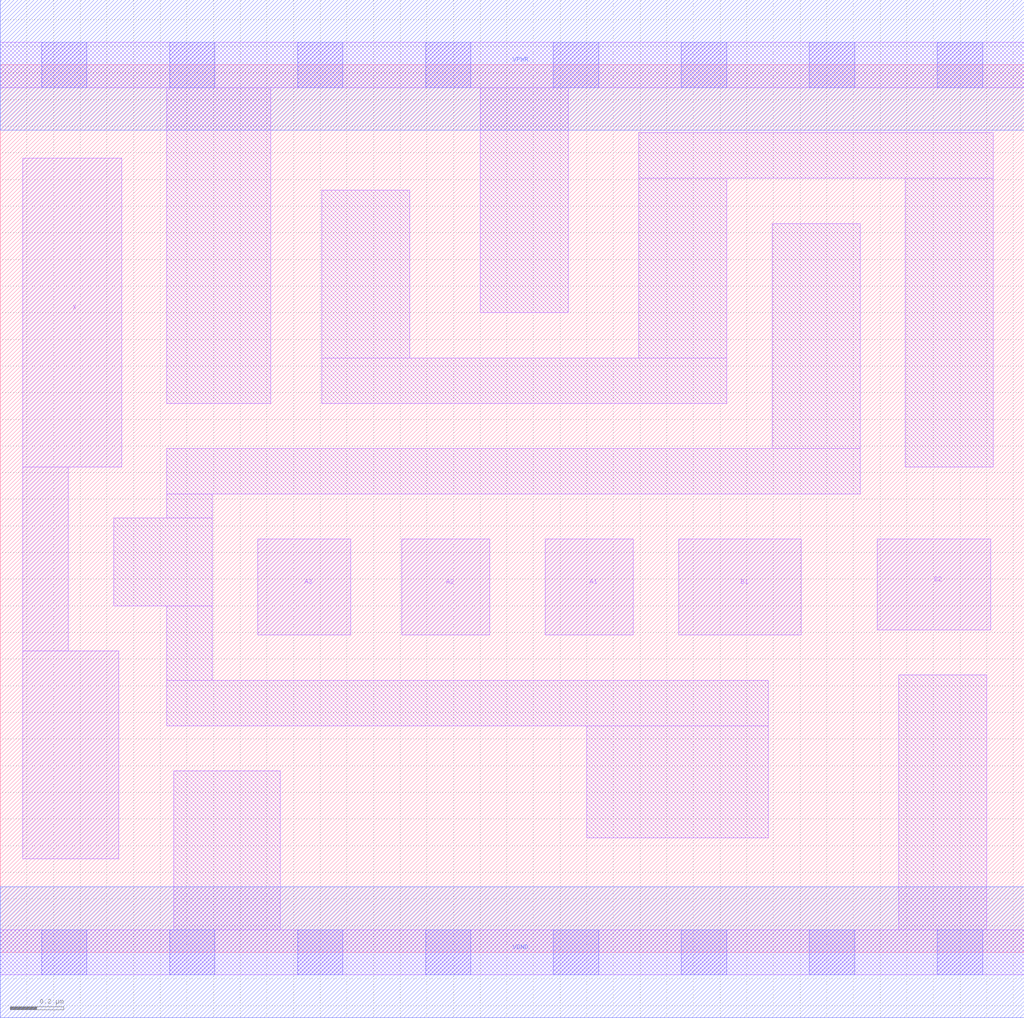
<source format=lef>
# Copyright 2020 The SkyWater PDK Authors
#
# Licensed under the Apache License, Version 2.0 (the "License");
# you may not use this file except in compliance with the License.
# You may obtain a copy of the License at
#
#     https://www.apache.org/licenses/LICENSE-2.0
#
# Unless required by applicable law or agreed to in writing, software
# distributed under the License is distributed on an "AS IS" BASIS,
# WITHOUT WARRANTIES OR CONDITIONS OF ANY KIND, either express or implied.
# See the License for the specific language governing permissions and
# limitations under the License.
#
# SPDX-License-Identifier: Apache-2.0

VERSION 5.7 ;
  NAMESCASESENSITIVE ON ;
  NOWIREEXTENSIONATPIN ON ;
  DIVIDERCHAR "/" ;
  BUSBITCHARS "[]" ;
UNITS
  DATABASE MICRONS 200 ;
END UNITS
MACRO sky130_fd_sc_hs__a32o_1
  CLASS CORE ;
  FOREIGN sky130_fd_sc_hs__a32o_1 ;
  ORIGIN  0.000000  0.000000 ;
  SIZE  3.840000 BY  3.330000 ;
  SYMMETRY X Y ;
  SITE unit ;
  PIN A1
    ANTENNAGATEAREA  0.246000 ;
    DIRECTION INPUT ;
    USE SIGNAL ;
    PORT
      LAYER li1 ;
        RECT 2.045000 1.190000 2.375000 1.550000 ;
    END
  END A1
  PIN A2
    ANTENNAGATEAREA  0.246000 ;
    DIRECTION INPUT ;
    USE SIGNAL ;
    PORT
      LAYER li1 ;
        RECT 1.505000 1.190000 1.835000 1.550000 ;
    END
  END A2
  PIN A3
    ANTENNAGATEAREA  0.246000 ;
    DIRECTION INPUT ;
    USE SIGNAL ;
    PORT
      LAYER li1 ;
        RECT 0.965000 1.190000 1.315000 1.550000 ;
    END
  END A3
  PIN B1
    ANTENNAGATEAREA  0.246000 ;
    DIRECTION INPUT ;
    USE SIGNAL ;
    PORT
      LAYER li1 ;
        RECT 2.545000 1.190000 3.005000 1.550000 ;
    END
  END B1
  PIN B2
    ANTENNAGATEAREA  0.246000 ;
    DIRECTION INPUT ;
    USE SIGNAL ;
    PORT
      LAYER li1 ;
        RECT 3.290000 1.210000 3.715000 1.550000 ;
    END
  END B2
  PIN X
    ANTENNADIFFAREA  0.541300 ;
    DIRECTION OUTPUT ;
    USE SIGNAL ;
    PORT
      LAYER li1 ;
        RECT 0.085000 0.350000 0.445000 1.130000 ;
        RECT 0.085000 1.130000 0.255000 1.820000 ;
        RECT 0.085000 1.820000 0.455000 2.980000 ;
    END
  END X
  PIN VGND
    DIRECTION INOUT ;
    USE GROUND ;
    PORT
      LAYER met1 ;
        RECT 0.000000 -0.245000 3.840000 0.245000 ;
    END
  END VGND
  PIN VPWR
    DIRECTION INOUT ;
    USE POWER ;
    PORT
      LAYER met1 ;
        RECT 0.000000 3.085000 3.840000 3.575000 ;
    END
  END VPWR
  OBS
    LAYER li1 ;
      RECT 0.000000 -0.085000 3.840000 0.085000 ;
      RECT 0.000000  3.245000 3.840000 3.415000 ;
      RECT 0.425000  1.300000 0.795000 1.630000 ;
      RECT 0.625000  0.850000 2.880000 1.020000 ;
      RECT 0.625000  1.020000 0.795000 1.300000 ;
      RECT 0.625000  1.630000 0.795000 1.720000 ;
      RECT 0.625000  1.720000 3.225000 1.890000 ;
      RECT 0.625000  2.060000 1.015000 3.245000 ;
      RECT 0.650000  0.085000 1.050000 0.680000 ;
      RECT 1.205000  2.060000 2.725000 2.230000 ;
      RECT 1.205000  2.230000 1.535000 2.860000 ;
      RECT 1.800000  2.400000 2.130000 3.245000 ;
      RECT 2.200000  0.430000 2.880000 0.850000 ;
      RECT 2.395000  2.230000 2.725000 2.905000 ;
      RECT 2.395000  2.905000 3.725000 3.075000 ;
      RECT 2.895000  1.890000 3.225000 2.735000 ;
      RECT 3.370000  0.085000 3.700000 1.040000 ;
      RECT 3.395000  1.820000 3.725000 2.905000 ;
    LAYER mcon ;
      RECT 0.155000 -0.085000 0.325000 0.085000 ;
      RECT 0.155000  3.245000 0.325000 3.415000 ;
      RECT 0.635000 -0.085000 0.805000 0.085000 ;
      RECT 0.635000  3.245000 0.805000 3.415000 ;
      RECT 1.115000 -0.085000 1.285000 0.085000 ;
      RECT 1.115000  3.245000 1.285000 3.415000 ;
      RECT 1.595000 -0.085000 1.765000 0.085000 ;
      RECT 1.595000  3.245000 1.765000 3.415000 ;
      RECT 2.075000 -0.085000 2.245000 0.085000 ;
      RECT 2.075000  3.245000 2.245000 3.415000 ;
      RECT 2.555000 -0.085000 2.725000 0.085000 ;
      RECT 2.555000  3.245000 2.725000 3.415000 ;
      RECT 3.035000 -0.085000 3.205000 0.085000 ;
      RECT 3.035000  3.245000 3.205000 3.415000 ;
      RECT 3.515000 -0.085000 3.685000 0.085000 ;
      RECT 3.515000  3.245000 3.685000 3.415000 ;
  END
END sky130_fd_sc_hs__a32o_1
END LIBRARY

</source>
